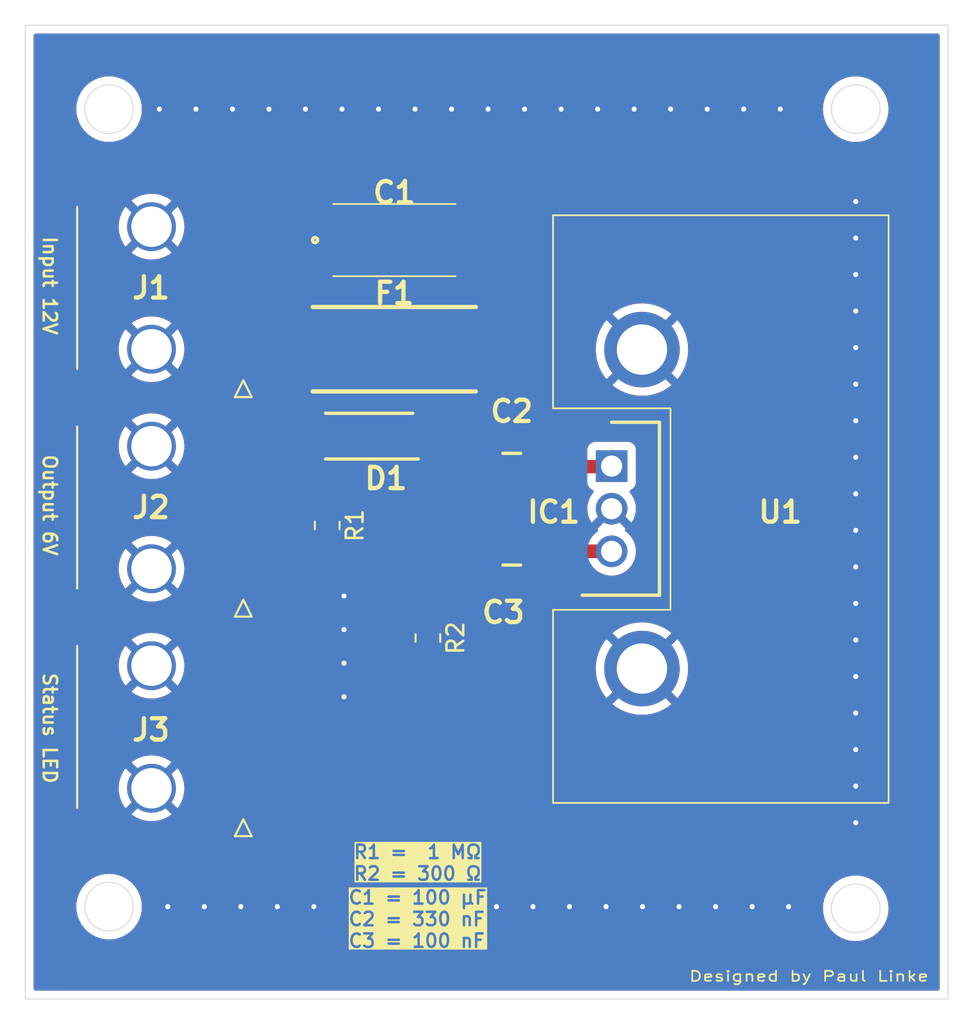
<source format=kicad_pcb>
(kicad_pcb (version 20240108) (generator "pcbnew") (generator_version "8.0")
  (layers (0 "F.Cu" signal) (31 "B.Cu" signal) (34 "B.Paste" user) (35 "F.Paste" user) (36 "B.SilkS" user "B.Silkscreen") (37 "F.SilkS" user "F.Silkscreen") (38 "B.Mask" user) (39 "F.Mask" user) (44 "Edge.Cuts" user))
  (net 0 "")
  (net 1 "Net-(C1-Pad1)")
  (net 2 "GND")
  (net 3 "Net-(IC1-INPUT)")
  (net 4 "Net-(D1-Pad2)")
  (net 5 "Net-(IC1-OUTPUT)")
  (net 6 "Net-(J3-Pad1)")
  (footprint "Diode_1000V_1A_DO-214AC:DIOM5227X270N" (layer "F.Cu") (at 148 93.975 180)
    (property "Reference" "D1" (at -1 -2.525 180) (layer "F.SilkS") (effects (font (size 1.27 1.27) (thickness 0.254))))
    (property "Value" "S1M" (hide yes))
    (fp_line (start 2.6 -1.362) (end -2.925 -1.362) (stroke (width 0.2)) (layer "F.SilkS"))
    (fp_line (start -2.6 1.362) (end 2.6 1.362) (stroke (width 0.2)) (layer "F.SilkS"))
    (pad "1" smd rect (at -2.15 0 270) (size 1.55 2.35) (layers "F.Cu" "F.Paste" "F.Mask") (net 3 "Net-(IC1-INPUT)"))
    (pad "2" smd rect (at 2.15 0 270) (size 1.55 2.35) (layers "F.Cu" "F.Paste" "F.Mask") (net 4 "Net-(D1-Pad2)"))
  )
  (footprint "Capacitor_Ceramic_330nF:CAPC2012X100N" (layer "F.Cu") (at 156.5 95 90)
    (property "Reference" "C2" (at 2.5 0 180) (layer "F.SilkS") (effects (font (size 1.27 1.27) (thickness 0.254))))
    (property "Value" "330 nF" (hide yes))
    (fp_line (start 0 -0.525) (end 0 0.525) (stroke (width 0.2)) (layer "F.SilkS"))
    (pad "1" smd rect (at -0.82 0 90) (size 0.91 1.39) (layers "F.Cu" "F.Paste" "F.Mask") (net 3 "Net-(IC1-INPUT)"))
    (pad "2" smd rect (at 0.82 0 90) (size 0.91 1.39) (layers "F.Cu" "F.Paste" "F.Mask") (net 2 "GND"))
  )
  (footprint "Molex_Microfit_2Pin:43650-02YY_091011" (layer "F.Cu") (at 140.5 85.15 -90)
    (property "Reference" "J1" (at 0 5.5 0) (layer "F.SilkS") (effects (font (size 1.27 1.27) (thickness 0.254))))
    (property "Value" "Input 12V" (hide yes))
    (fp_line (start 4.825 9.9) (end -4.825 9.9) (stroke (width 0.127)) (layer "F.SilkS"))
    (fp_line (start 6.5 0.5) (end 5.5 0) (stroke (width 0.127)) (layer "F.SilkS"))
    (fp_line (start 5.5 0) (end 6.5 -0.5) (stroke (width 0.127)) (layer "F.SilkS"))
    (fp_line (start 6.5 -0.5) (end 6.5 0.5) (stroke (width 0.127)) (layer "F.SilkS"))
    (pad "1" smd rect (at 1.5 0 270) (size 1.27 2.92) (layers "F.Cu" "F.Paste" "F.Mask") (net 2 "GND"))
    (pad "2" smd rect (at -1.5 0 270) (size 1.27 2.92) (layers "F.Cu" "F.Paste" "F.Mask") (net 1 "Net-(C1-Pad1)"))
    (pad "3" thru_hole circle (at 3.65 5.47 270) (size 2.91 2.91) (drill 2.41) (layers "*.Cu" "*.Mask") (net 2 "GND"))
    (pad "4" thru_hole circle (at -3.65 5.47 270) (size 2.91 2.91) (drill 2.41) (layers "*.Cu" "*.Mask") (net 2 "GND"))
  )
  (footprint "LDO_21V-6V_BA17806CP-E2:TO254P460X1010X1720-3P" (layer "F.Cu") (at 162.45 95.76 -90)
    (property "Reference" "IC1" (at 2.74 3.45 0) (layer "F.SilkS") (effects (font (size 1.27 1.27) (thickness 0.254))))
    (property "Value" "LDO" (hide yes))
    (fp_line (start 7.69 1.75) (end 7.69 -2.85) (stroke (width 0.2)) (layer "F.SilkS"))
    (fp_line (start -2.61 -2.85) (end -2.61 0) (stroke (width 0.2)) (layer "F.SilkS"))
    (fp_line (start 7.69 -2.85) (end -2.61 -2.85) (stroke (width 0.2)) (layer "F.SilkS"))
    (pad "1" thru_hole rect (at 0 0 270) (size 1.89 1.89) (drill 1.26) (layers "*.Cu" "*.Mask") (net 3 "Net-(IC1-INPUT)"))
    (pad "2" thru_hole circle (at 2.54 0 270) (size 1.89 1.89) (drill 1.26) (layers "*.Cu" "*.Mask") (net 2 "GND"))
    (pad "3" thru_hole circle (at 5.08 0 270) (size 1.89 1.89) (drill 1.26) (layers "*.Cu" "*.Mask") (net 5 "Net-(IC1-OUTPUT)"))
  )
  (footprint "Capacitor_Tantalum_100uF:T491X" (layer "F.Cu") (at 149.5 82.3)
    (property "Reference" "C1" (at 0 -2.825 0) (layer "F.SilkS") (effects (font (size 1.27 1.27) (thickness 0.254))))
    (property "Value" "100 uF" (hide yes))
    (fp_line (start -3.65 -2.15) (end 3.65 -2.15) (stroke (width 0.1)) (layer "F.SilkS"))
    (fp_line (start 3.65 2.15) (end -3.65 2.15) (stroke (width 0.1)) (layer "F.SilkS"))
    (fp_circle (center -4.72 0) (end -4.72 0.05) (stroke (width 0.2)) (fill none) (layer "F.SilkS"))
    (pad "1" smd rect (at -3.12 0) (size 2.37 2.43) (layers "F.Cu" "F.Paste" "F.Mask") (net 1 "Net-(C1-Pad1)"))
    (pad "2" smd rect (at 3.12 0) (size 2.37 2.43) (layers "F.Cu" "F.Paste" "F.Mask") (net 2 "GND"))
  )
  (footprint "Fuse_1A_Fuse_and_Holder:0154001.DRT" (layer "F.Cu") (at 149.5 88.8)
    (property "Reference" "F1" (at 0 -3.325 0) (layer "F.SilkS") (effects (font (size 1.27 1.27) (thickness 0.254))))
    (property "Value" "0154001.DRT" (hide yes))
    (fp_line (start -4.8641 -2.5146) (end 4.8641 -2.5146) (stroke (width 0.254)) (layer "F.SilkS"))
    (fp_line (start -4.8641 2.5146) (end 4.8641 2.5146) (stroke (width 0.254)) (layer "F.SilkS"))
    (pad "1" smd rect (at -3.1877 0 90) (size 3.81 4.2418) (layers "F.Cu" "F.Paste" "F.Mask") (net 1 "Net-(C1-Pad1)"))
    (pad "2" smd rect (at 3.1877 0 90) (size 3.81 4.2418) (layers "F.Cu" "F.Paste" "F.Mask") (net 4 "Net-(D1-Pad2)"))
  )
  (footprint "Resistor_SMD:R_0805_2012Metric_Pad1.20x1.40mm_HandSolder" (layer "F.Cu") (at 151.5 106 -90)
    (property "Reference" "R2" (at 0 -1.65 90) (layer "F.SilkS"))
    (property "Value" "200 Ohm")
    (fp_line (start -0.227064 0.735) (end 0.227064 0.735) (stroke (width 0.12)) (layer "F.SilkS"))
    (fp_line (start -0.227064 -0.735) (end 0.227064 -0.735) (stroke (width 0.12)) (layer "F.SilkS"))
    (pad "1" smd roundrect (at -1 0 270) (size 1.2 1.4) (layers "F.Cu" "F.Paste" "F.Mask") (roundrect_rratio 0.208333) (net 5 "Net-(IC1-OUTPUT)"))
    (pad "2" smd roundrect (at 1 0 270) (size 1.2 1.4) (layers "F.Cu" "F.Paste" "F.Mask") (roundrect_rratio 0.208333) (net 6 "Net-(J3-Pad1)"))
  )
  (footprint "Molex_Microfit_2Pin:43650-02YY_091011" (layer "F.Cu") (at 140.5 111.3 -90)
    (property "Reference" "J3" (at 0.175 5.5 0) (layer "F.SilkS") (effects (font (size 1.27 1.27) (thickness 0.254))))
    (property "Value" "Status LED" (hide yes))
    (fp_line (start 4.825 9.9) (end -4.825 9.9) (stroke (width 0.127)) (layer "F.SilkS"))
    (fp_line (start 6.5 0.5) (end 5.5 0) (stroke (width 0.127)) (layer "F.SilkS"))
    (fp_line (start 5.5 0) (end 6.5 -0.5) (stroke (width 0.127)) (layer "F.SilkS"))
    (fp_line (start 6.5 -0.5) (end 6.5 0.5) (stroke (width 0.127)) (layer "F.SilkS"))
    (pad "1" smd rect (at 1.5 0 270) (size 1.27 2.92) (layers "F.Cu" "F.Paste" "F.Mask") (net 6 "Net-(J3-Pad1)"))
    (pad "2" smd rect (at -1.5 0 270) (size 1.27 2.92) (layers "F.Cu" "F.Paste" "F.Mask") (net 2 "GND"))
    (pad "3" thru_hole circle (at 3.65 5.47 270) (size 2.91 2.91) (drill 2.41) (layers "*.Cu" "*.Mask") (net 2 "GND"))
    (pad "4" thru_hole circle (at -3.65 5.47 270) (size 2.91 2.91) (drill 2.41) (layers "*.Cu" "*.Mask") (net 2 "GND"))
  )
  (footprint "Molex_Microfit_2Pin:43650-02YY_091011" (layer "F.Cu") (at 140.5 98.225 -90)
    (property "Reference" "J2" (at 0 5.5 0) (layer "F.SilkS") (effects (font (size 1.27 1.27) (thickness 0.254))))
    (property "Value" "Output 6V" (hide yes))
    (fp_line (start 4.825 9.9) (end -4.825 9.9) (stroke (width 0.127)) (layer "F.SilkS"))
    (fp_line (start 6.5 0.5) (end 5.5 0) (stroke (width 0.127)) (layer "F.SilkS"))
    (fp_line (start 5.5 0) (end 6.5 -0.5) (stroke (width 0.127)) (layer "F.SilkS"))
    (fp_line (start 6.5 -0.5) (end 6.5 0.5) (stroke (width 0.127)) (layer "F.SilkS"))
    (pad "1" smd rect (at 1.5 0 270) (size 1.27 2.92) (layers "F.Cu" "F.Paste" "F.Mask") (net 2 "GND"))
    (pad "2" smd rect (at -1.5 0 270) (size 1.27 2.92) (layers "F.Cu" "F.Paste" "F.Mask") (net 5 "Net-(IC1-OUTPUT)"))
    (pad "3" thru_hole circle (at 3.65 5.47 270) (size 2.91 2.91) (drill 2.41) (layers "*.Cu" "*.Mask") (net 2 "GND"))
    (pad "4" thru_hole circle (at -3.65 5.47 270) (size 2.91 2.91) (drill 2.41) (layers "*.Cu" "*.Mask") (net 2 "GND"))
  )
  (footprint "Resistor_SMD:R_0805_2012Metric_Pad1.20x1.40mm_HandSolder" (layer "F.Cu") (at 145.5 99.3 -90)
    (property "Reference" "R1" (at 0 -1.65 -90) (layer "F.SilkS"))
    (property "Value" "1 MOhm")
    (fp_line (start -0.227064 0.735) (end 0.227064 0.735) (stroke (width 0.12)) (layer "F.SilkS"))
    (fp_line (start -0.227064 -0.735) (end 0.227064 -0.735) (stroke (width 0.12)) (layer "F.SilkS"))
    (pad "1" smd roundrect (at -1 0 270) (size 1.2 1.4) (layers "F.Cu" "F.Paste" "F.Mask") (roundrect_rratio 0.208333) (net 5 "Net-(IC1-OUTPUT)"))
    (pad "2" smd roundrect (at 1 0 270) (size 1.2 1.4) (layers "F.Cu" "F.Paste" "F.Mask") (roundrect_rratio 0.208333) (net 2 "GND"))
  )
  (footprint "Capacitor_Ceramic_100nF:CAPC2012X140N" (layer "F.Cu") (at 156.5 101.655 -90)
    (property "Reference" "C3" (at 2.82 0.5 0) (layer "F.SilkS") (effects (font (size 1.27 1.27) (thickness 0.254))))
    (property "Value" "100 nF" (hide yes))
    (fp_line (start 0 -0.525) (end 0 0.525) (stroke (width 0.2)) (layer "F.SilkS"))
    (pad "1" smd rect (at -0.82 0 270) (size 0.94 1.43) (layers "F.Cu" "F.Paste" "F.Mask") (net 5 "Net-(IC1-OUTPUT)"))
    (pad "2" smd rect (at 0.82 0 270) (size 0.94 1.43) (layers "F.Cu" "F.Paste" "F.Mask") (net 2 "GND"))
  )
  (footprint "Heatsink_TO-220:513002B02500G" (layer "F.Cu") (at 158.959234 80.821475 -90)
    (property "Reference" "U1" (at 17.678525 -13.540766 180) (layer "F.SilkS") (effects (font (size 1.27 1.27) (thickness 0.254))))
    (property "Value" "Heatsink" (hide yes))
    (fp_line (start 0 0) (end 0 -20) (stroke (width 0.1)) (layer "F.SilkS"))
    (fp_line (start 11.5 0) (end 0 0) (stroke (width 0.1)) (layer "F.SilkS"))
    (fp_line (start 23.5 0) (end 23.5 -7) (stroke (width 0.1)) (layer "F.SilkS"))
    (fp_line (start 35 0) (end 23.5 0) (stroke (width 0.1)) (layer "F.SilkS"))
    (fp_line (start 11.5 -7) (end 11.5 0) (stroke (width 0.1)) (layer "F.SilkS"))
    (fp_line (start 23.5 -7) (end 11.5 -7) (stroke (width 0.1)) (layer "F.SilkS"))
    (fp_line (start 0 -20) (end 35 -20) (stroke (width 0.1)) (layer "F.SilkS"))
    (fp_line (start 35 -20) (end 35 0) (stroke (width 0.1)) (layer "F.SilkS"))
    (pad "1" thru_hole circle (at 8 -5.3 270) (size 4.5 4.5) (drill 3) (layers "*.Cu" "*.Mask") (net 2 "GND"))
    (pad "2" thru_hole circle (at 27 -5.3 270) (size 4.5 4.5) (drill 3) (layers "*.Cu" "*.Mask") (net 2 "GND"))
  )
  (gr_circle (center 177 122.1) (end 178.45 122.1) (stroke (width 0.05)) (fill none) (layer "Edge.Cuts"))
  (gr_circle (center 132.5 122) (end 133.95 122) (stroke (width 0.05)) (fill none) (layer "Edge.Cuts"))
  (gr_circle (center 177 74.5) (end 178.45 74.5) (stroke (width 0.05)) (fill none) (layer "Edge.Cuts"))
  (gr_circle (center 132.5 74.5) (end 133.95 74.5) (stroke (width 0.05)) (fill none) (layer "Edge.Cuts"))
  (gr_rect (start 127.5 69.5) (end 182.5 127.5) (stroke (width 0.05)) (fill none) (layer "Edge.Cuts"))
  (gr_text "Output 6V" (at 128.5 95 270) (layer "F.SilkS") (effects (font (size 0.8 0.8)) (justify left bottom)))
  (gr_text "Designed by Paul Linke" (at 167 126.5 0) (layer "F.SilkS") (effects (font (size 0.6 0.8) (thickness 0.1) (bold yes)) (justify left bottom)))
  (gr_text "R1 =  1 MΩ\nR2 = 300 Ω\n" (at 147 120.5 0) (layer "F.SilkS" knockout) (effects (font (size 0.8 0.8)) (justify left bottom)))
  (gr_text "Status LED" (at 128.5 108 270) (layer "F.SilkS") (effects (font (size 0.8 0.8)) (justify left bottom)))
  (gr_text "Input 12V" (at 128.5 82 270) (layer "F.SilkS") (effects (font (size 0.8 0.8)) (justify left bottom)))
  (gr_text "C1 = 100 µF\nC2 = 330 nF\nC3 = 100 nF" (at 146.695239 124.5 0) (layer "F.SilkS" knockout) (effects (font (size 0.8 0.8)) (justify left bottom)))
  (segment (start 142.675 83.65) (end 146.3123 87.2873) (width 0.8) (layer "F.Cu") (net 1))
  (segment (start 140.5 82.975) (end 141.175 82.3) (width 0.8) (layer "F.Cu") (net 1))
  (segment (start 140.5 83.65) (end 142.675 83.65) (width 0.8) (layer "F.Cu") (net 1))
  (segment (start 146.3123 87.2873) (end 146.3123 88.8) (width 0.8) (layer "F.Cu") (net 1))
  (segment (start 146.3123 88.2873) (end 146.3123 88.8) (width 0.2) (layer "F.Cu") (net 1))
  (segment (start 141.175 82.3) (end 146.38 82.3) (width 0.8) (layer "F.Cu") (net 1))
  (segment (start 140.5 83.65) (end 140.5 82.975) (width 0.8) (layer "F.Cu") (net 1))
  (via (at 177 99.58824) (size 0.6) (drill 0.3) (layers "F.Cu" "B.Cu") (net 2))
  (via (at 165.97058 74.5) (size 0.6) (drill 0.3) (layers "F.Cu" "B.Cu") (net 2))
  (via (at 144.20588 74.5) (size 0.6) (drill 0.3) (layers "F.Cu" "B.Cu") (net 2))
  (via (at 150.73529 74.5) (size 0.6) (drill 0.3) (layers "F.Cu" "B.Cu") (net 2))
  (via (at 152.91176 74.5) (size 0.6) (drill 0.3) (layers "F.Cu" "B.Cu") (net 2))
  (via (at 157.7647 122) (size 0.6) (drill 0.3) (layers "F.Cu" "B.Cu") (net 2))
  (via (at 168.64705 122) (size 0.6) (drill 0.3) (layers "F.Cu" "B.Cu") (net 2))
  (via (at 173 122) (size 0.6) (drill 0.3) (layers "F.Cu" "B.Cu") (net 2))
  (via (at 177 101.76471) (size 0.6) (drill 0.3) (layers "F.Cu" "B.Cu") (net 2))
  (via (at 177 97.41177) (size 0.6) (drill 0.3) (layers "F.Cu" "B.Cu") (net 2))
  (via (at 163.79411 74.5) (size 0.6) (drill 0.3) (layers "F.Cu" "B.Cu") (net 2))
  (via (at 166.47058 122) (size 0.6) (drill 0.3) (layers "F.Cu" "B.Cu") (net 2))
  (via (at 137.67647 74.5) (size 0.6) (drill 0.3) (layers "F.Cu" "B.Cu") (net 2))
  (via (at 159.94117 122) (size 0.6) (drill 0.3) (layers "F.Cu" "B.Cu") (net 2))
  (via (at 170.82352 122) (size 0.6) (drill 0.3) (layers "F.Cu" "B.Cu") (net 2))
  (via (at 177 114.82353) (size 0.6) (drill 0.3) (layers "F.Cu" "B.Cu") (net 2))
  (via (at 177 108.29412) (size 0.6) (drill 0.3) (layers "F.Cu" "B.Cu") (net 2))
  (via (at 177 110.47059) (size 0.6) (drill 0.3) (layers "F.Cu" "B.Cu") (net 2))
  (via (at 146.5 105.5) (size 0.6) (drill 0.3) (layers "F.Cu" "B.Cu") (net 2))
  (via (at 177 86.52942) (size 0.6) (drill 0.3) (layers "F.Cu" "B.Cu") (net 2))
  (via (at 177 80) (size 0.6) (drill 0.3) (layers "F.Cu" "B.Cu") (net 2))
  (via (at 168.14705 74.5) (size 0.6) (drill 0.3) (layers "F.Cu" "B.Cu") (net 2))
  (via (at 139.85294 74.5) (size 0.6) (drill 0.3) (layers "F.Cu" "B.Cu") (net 2))
  (via (at 177 82.17648) (size 0.6) (drill 0.3) (layers "F.Cu" "B.Cu") (net 2))
  (via (at 157.2647 74.5) (size 0.6) (drill 0.3) (layers "F.Cu" "B.Cu") (net 2))
  (via (at 177 112.64706) (size 0.6) (drill 0.3) (layers "F.Cu" "B.Cu") (net 2))
  (via (at 148.55882 74.5) (size 0.6) (drill 0.3) (layers "F.Cu" "B.Cu") (net 2))
  (via (at 177 90.88236) (size 0.6) (drill 0.3) (layers "F.Cu" "B.Cu") (net 2))
  (via (at 142.02941 74.5) (size 0.6) (drill 0.3) (layers "F.Cu" "B.Cu") (net 2))
  (via (at 146.5 107.5) (size 0.6) (drill 0.3) (layers "F.Cu" "B.Cu") (net 2))
  (via (at 155.08823 74.5) (size 0.6) (drill 0.3) (layers "F.Cu" "B.Cu") (net 2))
  (via (at 177 103.94118) (size 0.6) (drill 0.3) (layers "F.Cu" "B.Cu") (net 2))
  (via (at 177 117) (size 0.6) (drill 0.3) (layers "F.Cu" "B.Cu") (net 2))
  (via (at 136 122) (size 0.6) (drill 0.3) (layers "F.Cu" "B.Cu") (net 2))
  (via (at 135.5 74.5) (size 0.6) (drill 0.3) (layers "F.Cu" "B.Cu") (net 2))
  (via (at 170.32352 74.5) (size 0.6) (drill 0.3) (layers "F.Cu" "B.Cu") (net 2))
  (via (at 164.29411 122) (size 0.6) (drill 0.3) (layers "F.Cu" "B.Cu") (net 2))
  (via (at 140.35294 122) (size 0.6) (drill 0.3) (layers "F.Cu" "B.Cu") (net 2))
  (via (at 177 95.2353) (size 0.6) (drill 0.3) (layers "F.Cu" "B.Cu") (net 2))
  (via (at 161.61764 74.5) (size 0.6) (drill 0.3) (layers "F.Cu" "B.Cu") (net 2))
  (via (at 146.5 109.5) (size 0.6) (drill 0.3) (layers "F.Cu" "B.Cu") (net 2))
  (via (at 144.70588 122) (size 0.6) (drill 0.3) (layers "F.Cu" "B.Cu") (net 2))
  (via (at 138.17647 122) (size 0.6) (drill 0.3) (layers "F.Cu" "B.Cu") (net 2))
  (via (at 146.5 103.5) (size 0.6) (drill 0.3) (layers "F.Cu" "B.Cu") (net 2))
  (via (at 177 106.11765) (size 0.6) (drill 0.3) (layers "F.Cu" "B.Cu") (net 2))
  (via (at 159.44117 74.5) (size 0.6) (drill 0.3) (layers "F.Cu" "B.Cu") (net 2))
  (via (at 177 88.70589) (size 0.6) (drill 0.3) (layers "F.Cu" "B.Cu") (net 2))
  (via (at 177 93.05883) (size 0.6) (drill 0.3) (layers "F.Cu" "B.Cu") (net 2))
  (via (at 177 84.35295) (size 0.6) (drill 0.3) (layers "F.Cu" "B.Cu") (net 2))
  (via (at 162.11764 122) (size 0.6) (drill 0.3) (layers "F.Cu" "B.Cu") (net 2))
  (via (at 172.5 74.5) (size 0.6) (drill 0.3) (layers "F.Cu" "B.Cu") (net 2))
  (via (at 146.38235 74.5) (size 0.6) (drill 0.3) (layers "F.Cu" "B.Cu") (net 2))
  (via (at 155.58823 122) (size 0.6) (drill 0.3) (layers "F.Cu" "B.Cu") (net 2))
  (via (at 142.52941 122) (size 0.6) (drill 0.3) (layers "F.Cu" "B.Cu") (net 2))
  (segment (start 158.44 95.82) (end 158.5 95.76) (width 0.2) (layer "F.Cu") (net 3))
  (segment (start 162.45 95.76) (end 162.415 95.795) (width 0.8) (layer "F.Cu") (net 3))
  (segment (start 151.825 93.8) (end 150.15 93.8) (width 0.8) (layer "F.Cu") (net 3))
  (segment (start 153.82 95.795) (end 151.825 93.8) (width 0.8) (layer "F.Cu") (net 3))
  (segment (start 162.415 95.795) (end 153.82 95.795) (width 0.8) (layer "F.Cu") (net 3))
  (segment (start 152.6877 88.8) (end 152.6877 91.2873) (width 0.8) (layer "F.Cu") (net 4))
  (segment (start 152 91.975) (end 146.5 91.975) (width 0.8) (layer "F.Cu") (net 4))
  (segment (start 146.5 91.975) (end 145.85 92.625) (width 0.8) (layer "F.Cu") (net 4))
  (segment (start 152.6877 91.2873) (end 152 91.975) (width 0.8) (layer "F.Cu") (net 4))
  (segment (start 145.85 92.625) (end 145.85 93.8) (width 0.8) (layer "F.Cu") (net 4))
  (segment (start 151.5 105) (end 151.5 102.5) (width 0.8) (layer "F.Cu") (net 5))
  (segment (start 142.75 96.725) (end 140.5 96.725) (width 0.8) (layer "F.Cu") (net 5))
  (segment (start 145.5 98.125) (end 144.15 98.125) (width 0.8) (layer "F.Cu") (net 5))
  (segment (start 154.505 100.84) (end 154.5 100.835) (width 0.8) (layer "F.Cu") (net 5))
  (segment (start 153.085 100.835) (end 150.375 98.125) (width 0.8) (layer "F.Cu") (net 5))
  (segment (start 162.45 100.84) (end 154.505 100.84) (width 0.8) (layer "F.Cu") (net 5))
  (segment (start 153.335 100.835) (end 153.085 100.835) (width 0.8) (layer "F.Cu") (net 5))
  (segment (start 144.15 98.125) (end 142.75 96.725) (width 0.8) (layer "F.Cu") (net 5))
  (segment (start 162.445 100.835) (end 162.45 100.84) (width 0.8) (layer "F.Cu") (net 5))
  (segment (start 154.5 100.835) (end 153.165 100.835) (width 0.8) (layer "F.Cu") (net 5))
  (segment (start 153.165 100.835) (end 151.5 102.5) (width 0.8) (layer "F.Cu") (net 5))
  (segment (start 158 100.835) (end 162.445 100.835) (width 0.8) (layer "F.Cu") (net 5))
  (segment (start 150.375 98.125) (end 145.5 98.125) (width 0.8) (layer "F.Cu") (net 5))
  (segment (start 151.5 109.325) (end 151.5 107) (width 0.8) (layer "F.Cu") (net 6))
  (segment (start 148.025 112.8) (end 140.5 112.8) (width 0.8) (layer "F.Cu") (net 6))
  (segment (start 151.5 109.325) (end 148.025 112.8) (width 0.8) (layer "F.Cu") (net 6))
  (zone (net 2) (net_name "GND") (layers "F&B.Cu") (connect_pads (clearance 0.5)) (min_thickness 0.25) (fill yes (thermal_gap 0.5) (thermal_bridge_width 0.5) (island_removal_mode 1) (island_area_min 10))
    (polygon (pts (xy 126 68) (xy 184 68) (xy 184 129) (xy 126 129)))
  )
)
</source>
